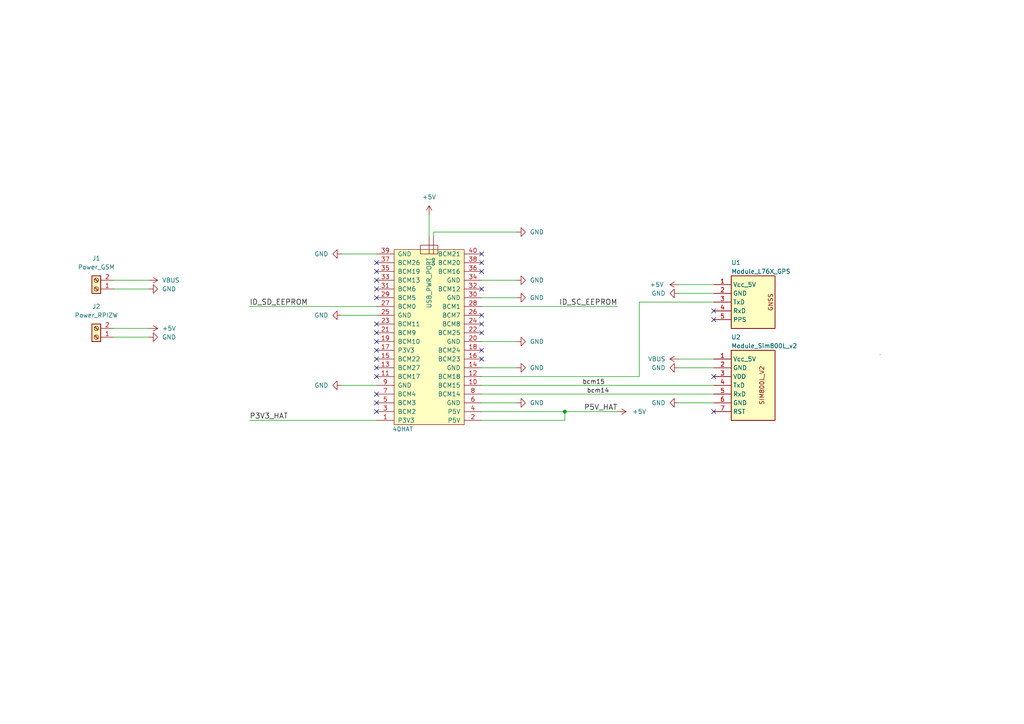
<source format=kicad_sch>
(kicad_sch (version 20211123) (generator eeschema)
  (paper "A4")
  (lib_symbols
    (symbol "Connector:Screw_Terminal_01x02" (pin_names (offset 1.016) hide)
      (property "Reference" "J" (at 0 2.54 0))
      (property "Value" "Screw_Terminal_01x02" (at 0 -5.08 0))
      (symbol "Screw_Terminal_01x02_1_1"
        (rectangle (start -1.27 1.27) (end 1.27 -3.81) (stroke (width 0.254)) (fill (type background)))
        (circle (center 0 -2.54) (radius 0.635) (stroke (width 0.1524)))
        (polyline (pts (xy -0.5334 -2.2098) (xy 0.3302 -3.048)) (stroke (width 0.1524)))
        (polyline (pts (xy -0.5334 0.3302) (xy 0.3302 -0.508)) (stroke (width 0.1524)))
        (polyline (pts (xy -0.3556 -2.032) (xy 0.508 -2.8702)) (stroke (width 0.1524)))
        (polyline (pts (xy -0.3556 0.508) (xy 0.508 -0.3302)) (stroke (width 0.1524)))
        (circle (center 0 0) (radius 0.635) (stroke (width 0.1524)))
        (pin passive line (at -5.08 0 0) (length 3.81) (name "Pin_1") (number "1"))
        (pin passive line (at -5.08 -2.54 0) (length 3.81) (name "Pin_2") (number "2"))
      )
    )
    (symbol "local_lib:Module_L76X_GPS"
      (property "Reference" "U?" (at 0 1.27 0))
      (property "Value" "Module_L76X_GPS" (at 0 -1.27 0))
      (symbol "Module_L76X_GPS_0_0"
        (text "GNSS" (at 11.43 -10.16 900) (effects (font (size 1.27 1.27))))
      )
      (symbol "Module_L76X_GPS_1_1"
        (rectangle (start 0 -2.54) (end 12.7 -17.78) (stroke (width 0.254)) (fill (type background)))
        (pin power_in line (at -5.08 -5.08 0) (length 5.08) (name "Vcc_5V") (number "1"))
        (pin power_in line (at -5.08 -7.62 0) (length 5.08) (name "GND") (number "2"))
        (pin power_in line (at -5.08 -10.16 0) (length 5.08) (name "TxD") (number "3"))
        (pin power_in line (at -5.08 -12.7 0) (length 5.08) (name "RxD") (number "4"))
        (pin power_in line (at -5.08 -15.24 0) (length 5.08) (name "PPS") (number "5"))
      )
    )
    (symbol "local_lib:Module_Sim800L_v2"
      (property "Reference" "U" (at 1.27 11.43 0))
      (property "Value" "Module_Sim800L_v2" (at 10.16 8.89 0))
      (symbol "Module_Sim800L_v2_0_0"
        (arc (start 91.44 40.64) (mid 91.44 40.64) (end 91.44 40.64))
        (arc (start 91.44 40.64) (mid 91.44 40.64) (end 91.44 40.64))
        (text "SIM800L_V2" (at 8.89 -2.54 900) (effects (font (size 1.27 1.27))))
      )
      (symbol "Module_Sim800L_v2_0_1"
        (rectangle (start 43.18 6.35) (end 43.18 6.35))
        (rectangle (start 43.18 6.35) (end 43.18 6.35))
      )
      (symbol "Module_Sim800L_v2_1_1"
        (rectangle (start 0 7.62) (end 12.7 -12.7) (stroke (width 0.254)) (fill (type background)))
        (pin power_in line (at -5.08 5.08 0) (length 5.08) (name "Vcc_5V") (number "1"))
        (pin power_in line (at -5.08 2.54 0) (length 5.08) (name "GND") (number "2"))
        (pin power_in line (at -5.08 0 0) (length 5.08) (name "VDD") (number "3"))
        (pin power_in line (at -5.08 -2.54 0) (length 5.08) (name "TxD") (number "4"))
        (pin power_in line (at -5.08 -5.08 0) (length 5.08) (name "RxD") (number "5"))
        (pin power_in line (at -5.08 -7.62 0) (length 5.08) (name "GND") (number "6"))
        (pin power_in line (at -5.08 -10.16 0) (length 5.08) (name "RST") (number "7"))
      )
    )
    (symbol "power:+5V" (power) (pin_names (offset 0))
      (property "Value" "+5V" (at 0 3.556 0))
      (symbol "+5V_0_1"
        (polyline (pts (xy -0.762 1.27) (xy 0 2.54)))
        (polyline (pts (xy 0 0) (xy 0 2.54)))
        (polyline (pts (xy 0 2.54) (xy 0.762 1.27)))
      )
      (symbol "+5V_1_1"
        (pin power_in line (at 0 0 90) (length 0) hide (name "+5V") (number "1"))
      )
    )
    (symbol "power:GND" (power) (pin_names (offset 0))
      (property "Value" "GND" (at 0 -3.81 0))
      (symbol "GND_0_1"
        (polyline (pts (xy 0 0) (xy 0 -1.27) (xy 1.27 -1.27) (xy 0 -2.54) (xy -1.27 -1.27) (xy 0 -1.27)))
      )
      (symbol "GND_1_1"
        (pin power_in line (at 0 0 270) (length 0) hide (name "GND") (number "1"))
      )
    )
    (symbol "power:VBUS" (power) (pin_names (offset 0))
      (property "Value" "VBUS" (at 0 3.81 0))
      (symbol "VBUS_0_1"
        (polyline (pts (xy -0.762 1.27) (xy 0 2.54)))
        (polyline (pts (xy 0 0) (xy 0 2.54)))
        (polyline (pts (xy 0 2.54) (xy 0.762 1.27)))
      )
      (symbol "VBUS_1_1"
        (pin power_in line (at 0 0 90) (length 0) hide (name "VBUS") (number "1"))
      )
    )
    (symbol "raspberrypi_hat:OX40HAT" (pin_names (offset 1.016))
      (property "Reference" "J?" (at 8.89 2.54 0))
      (property "Value" "40HAT" (at -7.62 2.54 0))
      (symbol "OX40HAT_0_1"
        (rectangle (start -10.16 1.27) (end 10.16 -49.53) (fill (type background)))
        (rectangle (start 0 -45.72) (end 0 -45.72))
        (rectangle (start 2.54 -50.8) (end -2.54 -48.26))
      )
      (symbol "OX40HAT_1_1"
        (pin power_in line (at 1.27 -53.34 90) (length 5.08) (name "GND") (number ""))
        (pin power_in line (at 0 -53.34 90) (length 5.08) (name "USB_PWR_PORT") (number ""))
        (pin bidirectional line (at -15.24 0 0) (length 5.08) (name "P3V3") (number "1"))
        (pin bidirectional line (at 15.24 -10.16 180) (length 5.08) (name "BCM15") (number "10"))
        (pin bidirectional line (at -15.24 -12.7 0) (length 5.08) (name "BCM17") (number "11"))
        (pin bidirectional line (at 15.24 -12.7 180) (length 5.08) (name "BCM18") (number "12"))
        (pin bidirectional line (at -15.24 -15.24 0) (length 5.08) (name "BCM27") (number "13"))
        (pin bidirectional line (at 15.24 -15.24 180) (length 5.08) (name "GND") (number "14"))
        (pin bidirectional line (at -15.24 -17.78 0) (length 5.08) (name "BCM22") (number "15"))
        (pin bidirectional line (at 15.24 -17.78 180) (length 5.08) (name "BCM23") (number "16"))
        (pin bidirectional line (at -15.24 -20.32 0) (length 5.08) (name "P3V3") (number "17"))
        (pin bidirectional line (at 15.24 -20.32 180) (length 5.08) (name "BCM24") (number "18"))
        (pin bidirectional line (at -15.24 -22.86 0) (length 5.08) (name "BCM10") (number "19"))
        (pin bidirectional line (at 15.24 0 180) (length 5.08) (name "P5V") (number "2"))
        (pin bidirectional line (at 15.24 -22.86 180) (length 5.08) (name "GND") (number "20"))
        (pin bidirectional line (at -15.24 -25.4 0) (length 5.08) (name "BCM9") (number "21"))
        (pin bidirectional line (at 15.24 -25.4 180) (length 5.08) (name "BCM25") (number "22"))
        (pin bidirectional line (at -15.24 -27.94 0) (length 5.08) (name "BCM11") (number "23"))
        (pin bidirectional line (at 15.24 -27.94 180) (length 5.08) (name "BCM8") (number "24"))
        (pin bidirectional line (at -15.24 -30.48 0) (length 5.08) (name "GND") (number "25"))
        (pin bidirectional line (at 15.24 -30.48 180) (length 5.08) (name "BCM7") (number "26"))
        (pin bidirectional line (at -15.24 -33.02 0) (length 5.08) (name "BCM0") (number "27"))
        (pin bidirectional line (at 15.24 -33.02 180) (length 5.08) (name "BCM1") (number "28"))
        (pin bidirectional line (at -15.24 -35.56 0) (length 5.08) (name "BCM5") (number "29"))
        (pin bidirectional line (at -15.24 -2.54 0) (length 5.08) (name "BCM2") (number "3"))
        (pin bidirectional line (at 15.24 -35.56 180) (length 5.08) (name "GND") (number "30"))
        (pin bidirectional line (at -15.24 -38.1 0) (length 5.08) (name "BCM6") (number "31"))
        (pin bidirectional line (at 15.24 -38.1 180) (length 5.08) (name "BCM12") (number "32"))
        (pin bidirectional line (at -15.24 -40.64 0) (length 5.08) (name "BCM13") (number "33"))
        (pin bidirectional line (at 15.24 -40.64 180) (length 5.08) (name "GND") (number "34"))
        (pin bidirectional line (at -15.24 -43.18 0) (length 5.08) (name "BCM19") (number "35"))
        (pin bidirectional line (at 15.24 -43.18 180) (length 5.08) (name "BCM16") (number "36"))
        (pin bidirectional line (at -15.24 -45.72 0) (length 5.08) (name "BCM26") (number "37"))
        (pin bidirectional line (at 15.24 -45.72 180) (length 5.08) (name "BCM20") (number "38"))
        (pin bidirectional line (at -15.24 -48.26 0) (length 5.08) (name "GND") (number "39"))
        (pin bidirectional line (at 15.24 -2.54 180) (length 5.08) (name "P5V") (number "4"))
        (pin bidirectional line (at 15.24 -48.26 180) (length 5.08) (name "BCM21") (number "40"))
        (pin bidirectional line (at -15.24 -5.08 0) (length 5.08) (name "BCM3") (number "5"))
        (pin bidirectional line (at 15.24 -5.08 180) (length 5.08) (name "GND") (number "6"))
        (pin bidirectional line (at -15.24 -7.62 0) (length 5.08) (name "BCM4") (number "7"))
        (pin bidirectional line (at 15.24 -7.62 180) (length 5.08) (name "BCM14") (number "8"))
        (pin bidirectional line (at -15.24 -10.16 0) (length 5.08) (name "GND") (number "9"))
      )
    )
  )
  (junction (at 163.83 119.38))
  (no_connect (at 207.01 119.38))
  (no_connect (at 207.01 109.22))
  (no_connect (at 207.01 92.71))
  (no_connect (at 207.01 90.17))
  (no_connect (at 139.7 96.52))
  (no_connect (at 139.7 93.98))
  (no_connect (at 109.22 106.68))
  (no_connect (at 109.22 104.14))
  (no_connect (at 109.22 101.6))
  (no_connect (at 139.7 101.6))
  (no_connect (at 139.7 104.14))
  (no_connect (at 109.22 99.06))
  (no_connect (at 109.22 119.38))
  (no_connect (at 109.22 116.84))
  (no_connect (at 109.22 114.3))
  (no_connect (at 109.22 109.22))
  (no_connect (at 139.7 73.66))
  (no_connect (at 139.7 76.2))
  (no_connect (at 139.7 78.74))
  (no_connect (at 139.7 83.82))
  (no_connect (at 139.7 91.44))
  (no_connect (at 109.22 86.36))
  (no_connect (at 109.22 83.82))
  (no_connect (at 109.22 81.28))
  (no_connect (at 109.22 78.74))
  (no_connect (at 109.22 76.2))
  (no_connect (at 109.22 93.98))
  (no_connect (at 109.22 96.52))
  (wire (pts (xy 139.7 99.06) (xy 149.86 99.06)))
  (wire (pts (xy 109.22 121.92) (xy 72.39 121.92)))
  (wire (pts (xy 33.02 97.79) (xy 43.18 97.79)))
  (wire (pts (xy 139.7 81.28) (xy 149.86 81.28)))
  (wire (pts (xy 207.01 85.09) (xy 196.85 85.09)))
  (wire (pts (xy 139.7 114.3) (xy 207.01 114.3)))
  (wire (pts (xy 109.22 91.44) (xy 99.06 91.44)))
  (wire (pts (xy 139.7 109.22) (xy 185.42 109.22)))
  (wire (pts (xy 139.7 86.36) (xy 149.86 86.36)))
  (wire (pts (xy 207.01 104.14) (xy 196.85 104.14)))
  (wire (pts (xy 139.7 88.9) (xy 179.07 88.9)))
  (wire (pts (xy 163.83 119.38) (xy 163.83 121.92)))
  (wire (pts (xy 139.7 116.84) (xy 149.86 116.84)))
  (wire (pts (xy 207.01 106.68) (xy 196.85 106.68)))
  (wire (pts (xy 109.22 73.66) (xy 99.06 73.66)))
  (wire (pts (xy 139.7 106.68) (xy 149.86 106.68)))
  (wire (pts (xy 33.02 95.25) (xy 43.18 95.25)))
  (wire (pts (xy 33.02 83.82) (xy 43.18 83.82)))
  (wire (pts (xy 33.02 81.28) (xy 43.18 81.28)))
  (wire (pts (xy 124.46 62.23) (xy 124.46 68.58)))
  (wire (pts (xy 125.73 67.31) (xy 149.86 67.31)))
  (wire (pts (xy 163.83 119.38) (xy 179.07 119.38)))
  (wire (pts (xy 185.42 87.63) (xy 207.01 87.63)))
  (wire (pts (xy 125.73 68.58) (xy 125.73 67.31)))
  (wire (pts (xy 196.85 82.55) (xy 207.01 82.55)))
  (wire (pts (xy 139.7 111.76) (xy 207.01 111.76)))
  (wire (pts (xy 109.22 111.76) (xy 99.06 111.76)))
  (wire (pts (xy 207.01 116.84) (xy 196.85 116.84)))
  (wire (pts (xy 139.7 121.92) (xy 163.83 121.92)))
  (wire (pts (xy 139.7 119.38) (xy 163.83 119.38)))
  (wire (pts (xy 185.42 109.22) (xy 185.42 87.63)))
  (wire (pts (xy 109.22 88.9) (xy 72.39 88.9)))
  (label "bcm14" (at 170.18 114.3 0))
  (label "ID_SC_EEPROM" (at 179.07 88.9 180) (effects (font (size 1.524 1.524))))
  (label "P5V_HAT" (at 179.07 119.38 180) (effects (font (size 1.524 1.524))))
  (label "bcm15" (at 168.91 111.76 0))
  (label "P3V3_HAT" (at 72.39 121.92 0) (effects (font (size 1.524 1.524))))
  (label "ID_SD_EEPROM" (at 72.39 88.9 0) (effects (font (size 1.524 1.524))))
  (symbol (lib_id "power:VBUS") (at 43.18 81.28 270) (mirror x) (unit 1)
    (property "Reference" "#PWR0108" (effects hide))
    (property "Value" "VBUS" (at 46.99 81.2799 90) (effects (justify left)))
  )
  (symbol (lib_id "power:GND") (at 149.86 81.28 90) (mirror x) (unit 1)
    (property "Reference" "#PWR0117" (effects hide))
    (property "Value" "GND" (at 153.67 81.2799 90) (effects (justify right)))
  )
  (symbol (lib_id "local_lib:Module_L76X_GPS") (at 212.09 77.47 0) (unit 1)
    (property "Reference" "U1" (at 212.09 76.2 0) (effects (justify left)))
    (property "Value" "Module_L76X_GPS" (at 212.09 78.74 0) (effects (justify left)))
    (property "Footprint" "Connector_PinSocket_2.54mm:PinSocket_1x05_P2.54mm_Vertical" (effects hide))
  )
  (symbol (lib_id "power:GND") (at 99.06 111.76 270) (mirror x) (unit 1)
    (property "Reference" "#PWR0111" (effects hide))
    (property "Value" "GND" (at 95.25 111.7601 90) (effects (justify right)))
  )
  (symbol (lib_id "power:+5V") (at 124.46 62.23 0) (unit 1)
    (property "Reference" "#PWR0113" (effects hide))
    (property "Value" "+5V" (at 124.46 57.15 0))
  )
  (symbol (lib_id "power:+5V") (at 196.85 82.55 90) (unit 1)
    (property "Reference" "#PWR0102" (effects hide))
    (property "Value" "+5V" (at 190.5 82.55 90))
  )
  (symbol (lib_id "power:+5V") (at 179.07 119.38 270) (unit 1)
    (property "Reference" "#PWR0120" (effects hide))
    (property "Value" "+5V" (at 185.42 119.38 90))
  )
  (symbol (lib_id "power:VBUS") (at 196.85 104.14 90) (unit 1)
    (property "Reference" "#PWR0103" (effects hide))
    (property "Value" "VBUS" (at 193.04 104.1399 90) (effects (justify left)))
  )
  (symbol (lib_id "power:GND") (at 99.06 73.66 270) (mirror x) (unit 1)
    (property "Reference" "#PWR0109" (effects hide))
    (property "Value" "GND" (at 95.25 73.6601 90) (effects (justify right)))
  )
  (symbol (lib_id "power:GND") (at 149.86 116.84 90) (mirror x) (unit 1)
    (property "Reference" "#PWR0115" (effects hide))
    (property "Value" "GND" (at 153.67 116.8399 90) (effects (justify right)))
  )
  (symbol (lib_id "power:GND") (at 196.85 116.84 270) (mirror x) (unit 1)
    (property "Reference" "#PWR0104" (effects hide))
    (property "Value" "GND" (at 193.04 116.8401 90) (effects (justify right)))
  )
  (symbol (lib_id "Connector:Screw_Terminal_01x02") (at 27.94 97.79 180) (unit 1)
    (property "Reference" "J2" (at 27.94 88.9 0))
    (property "Value" "Power_RPIZW" (at 27.94 91.44 0))
    (property "Footprint" "TerminalBlock:TerminalBlock_Altech_AK300-2_P5.00mm" (effects hide))
  )
  (symbol (lib_id "power:GND") (at 149.86 106.68 90) (mirror x) (unit 1)
    (property "Reference" "#PWR0116" (effects hide))
    (property "Value" "GND" (at 153.67 106.6799 90) (effects (justify right)))
  )
  (symbol (lib_id "power:+5V") (at 43.18 95.25 270) (mirror x) (unit 1)
    (property "Reference" "#PWR0110" (effects hide))
    (property "Value" "+5V" (at 46.99 95.2499 90) (effects (justify left)))
  )
  (symbol (lib_id "power:GND") (at 43.18 97.79 90) (mirror x) (unit 1)
    (property "Reference" "#PWR0106" (effects hide))
    (property "Value" "GND" (at 46.99 97.7899 90) (effects (justify right)))
  )
  (symbol (lib_id "power:GND") (at 99.06 91.44 270) (mirror x) (unit 1)
    (property "Reference" "#PWR0112" (effects hide))
    (property "Value" "GND" (at 95.25 91.4401 90) (effects (justify right)))
  )
  (symbol (lib_id "local_lib:Module_Sim800L_v2") (at 212.09 109.22 0) (unit 1)
    (property "Reference" "U2" (at 212.09 97.79 0) (effects (justify left)))
    (property "Value" "Module_Sim800L_v2" (at 212.09 100.33 0) (effects (justify left)))
    (property "Footprint" "Connector_PinSocket_2.54mm:PinSocket_1x07_P2.54mm_Vertical" (effects hide))
  )
  (symbol (lib_id "power:GND") (at 149.86 86.36 90) (mirror x) (unit 1)
    (property "Reference" "#PWR0118" (effects hide))
    (property "Value" "GND" (at 153.67 86.3599 90) (effects (justify right)))
  )
  (symbol (lib_id "power:GND") (at 196.85 106.68 270) (mirror x) (unit 1)
    (property "Reference" "#PWR0105" (effects hide))
    (property "Value" "GND" (at 193.04 106.6801 90) (effects (justify right)))
  )
  (symbol (lib_id "power:GND") (at 43.18 83.82 90) (mirror x) (unit 1)
    (property "Reference" "#PWR0107" (effects hide))
    (property "Value" "GND" (at 46.99 83.8199 90) (effects (justify right)))
  )
  (symbol (lib_id "power:GND") (at 149.86 67.31 90) (unit 1)
    (property "Reference" "#PWR0114" (effects hide))
    (property "Value" "GND" (at 153.67 67.3099 90) (effects (justify right)))
  )
  (symbol (lib_id "Connector:Screw_Terminal_01x02") (at 27.94 83.82 180) (unit 1)
    (property "Reference" "J1" (at 27.94 74.93 0))
    (property "Value" "Power_GSM" (at 27.94 77.47 0))
    (property "Footprint" "TerminalBlock:TerminalBlock_Altech_AK300-2_P5.00mm" (effects hide))
  )
  (symbol (lib_id "raspberrypi_hat:OX40HAT") (at 124.46 121.92 0) (mirror x) (unit 1)
    (property "Reference" "U3" (at 133.35 124.46 0) (effects (font (size 0.01 0.01))))
    (property "Value" "40HAT" (at 116.84 124.46 0))
    (property "Footprint" "Connector_PinSocket_2.54mm:PinSocket_2x20_P2.54mm_Vertical" (effects hide))
  )
  (symbol (lib_id "power:GND") (at 149.86 99.06 90) (mirror x) (unit 1)
    (property "Reference" "#PWR0119" (effects hide))
    (property "Value" "GND" (at 153.67 99.0599 90) (effects (justify right)))
  )
  (symbol (lib_id "power:GND") (at 196.85 85.09 270) (mirror x) (unit 1)
    (property "Reference" "#PWR0101" (effects hide))
    (property "Value" "GND" (at 193.04 85.0901 90) (effects (justify right)))
  )
)
</source>
